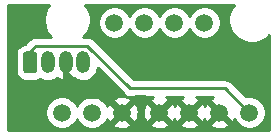
<source format=gbr>
%TF.GenerationSoftware,KiCad,Pcbnew,5.1.9-73d0e3b20d~88~ubuntu20.04.1*%
%TF.CreationDate,2021-04-02T21:11:18-07:00*%
%TF.ProjectId,ld06_adapter,6c643036-5f61-4646-9170-7465722e6b69,A*%
%TF.SameCoordinates,Original*%
%TF.FileFunction,Copper,L1,Top*%
%TF.FilePolarity,Positive*%
%FSLAX46Y46*%
G04 Gerber Fmt 4.6, Leading zero omitted, Abs format (unit mm)*
G04 Created by KiCad (PCBNEW 5.1.9-73d0e3b20d~88~ubuntu20.04.1) date 2021-04-02 21:11:18*
%MOMM*%
%LPD*%
G01*
G04 APERTURE LIST*
%TA.AperFunction,ComponentPad*%
%ADD10C,1.520000*%
%TD*%
%TA.AperFunction,ComponentPad*%
%ADD11O,1.170000X1.870000*%
%TD*%
%TA.AperFunction,Conductor*%
%ADD12C,0.250000*%
%TD*%
%TA.AperFunction,Conductor*%
%ADD13C,0.500000*%
%TD*%
%TA.AperFunction,Conductor*%
%ADD14C,0.254000*%
%TD*%
%TA.AperFunction,Conductor*%
%ADD15C,0.100000*%
%TD*%
G04 APERTURE END LIST*
D10*
%TO.P,CN1,11*%
%TO.N,/PWM*%
X103810000Y-96190000D03*
%TO.P,CN1,10*%
%TO.N,Net-(CN1-Pad10)*%
X101270000Y-96190000D03*
%TO.P,CN1,9*%
%TO.N,Net-(CN1-Pad9)*%
X98730000Y-96190000D03*
%TO.P,CN1,8*%
%TO.N,Net-(CN1-Pad8)*%
X96190000Y-96190000D03*
%TO.P,CN1,7*%
%TO.N,/TX*%
X107620000Y-103810000D03*
%TO.P,CN1,6*%
%TO.N,/GND*%
X105080000Y-103810000D03*
%TO.P,CN1,5*%
X102540000Y-103810000D03*
%TO.P,CN1,4*%
X100000000Y-103810000D03*
%TO.P,CN1,3*%
X96825000Y-103810000D03*
%TO.P,CN1,2*%
%TO.N,/5V*%
X94285000Y-103810000D03*
%TO.P,CN1,1*%
%TO.N,Net-(CN1-Pad1)*%
X91745000Y-103810000D03*
%TD*%
D11*
%TO.P,CN2,4*%
%TO.N,/5V*%
X93544000Y-99568000D03*
%TO.P,CN2,3*%
%TO.N,/GND*%
X92044000Y-99568000D03*
%TO.P,CN2,2*%
%TO.N,/PWM*%
X90544000Y-99568000D03*
%TO.P,CN2,1*%
%TO.N,/TX*%
%TA.AperFunction,ComponentPad*%
G36*
G01*
X88459000Y-100253001D02*
X88459000Y-98882999D01*
G75*
G02*
X88708999Y-98633000I249999J0D01*
G01*
X89379001Y-98633000D01*
G75*
G02*
X89629000Y-98882999I0J-249999D01*
G01*
X89629000Y-100253001D01*
G75*
G02*
X89379001Y-100503000I-249999J0D01*
G01*
X88708999Y-100503000D01*
G75*
G02*
X88459000Y-100253001I0J249999D01*
G01*
G37*
%TD.AperFunction*%
%TD*%
D12*
%TO.N,/TX*%
X105580000Y-101770000D02*
X107620000Y-103810000D01*
X97530000Y-101770000D02*
X105580000Y-101770000D01*
X93900000Y-98140000D02*
X97530000Y-101770000D01*
X89537000Y-98140000D02*
X93900000Y-98140000D01*
X89044000Y-98633000D02*
X89537000Y-98140000D01*
X89044000Y-99568000D02*
X89044000Y-98633000D01*
D13*
%TO.N,/GND*%
X98806000Y-102616000D02*
X100000000Y-103810000D01*
X98019000Y-102616000D02*
X98806000Y-102616000D01*
X96825000Y-103810000D02*
X98019000Y-102616000D01*
D12*
X104140000Y-102870000D02*
X105080000Y-103810000D01*
X103480000Y-102870000D02*
X104140000Y-102870000D01*
X102540000Y-103810000D02*
X103480000Y-102870000D01*
D13*
X101044000Y-102766000D02*
X100000000Y-103810000D01*
D12*
X101496000Y-102766000D02*
X102540000Y-103810000D01*
X101044000Y-102766000D02*
X101496000Y-102766000D01*
D13*
X92044000Y-99568000D02*
X92044000Y-100574000D01*
X92044000Y-100574000D02*
X93860000Y-102390000D01*
X95405000Y-102390000D02*
X96825000Y-103810000D01*
X93860000Y-102390000D02*
X95405000Y-102390000D01*
%TD*%
D14*
%TO.N,/GND*%
X90423415Y-95004750D02*
X90273782Y-95365997D01*
X90197500Y-95749495D01*
X90197500Y-96140505D01*
X90273782Y-96524003D01*
X90423415Y-96885250D01*
X90640649Y-97210364D01*
X90810285Y-97380000D01*
X89574322Y-97380000D01*
X89536999Y-97376324D01*
X89499676Y-97380000D01*
X89499667Y-97380000D01*
X89388014Y-97390997D01*
X89244753Y-97434454D01*
X89112724Y-97505026D01*
X88996999Y-97599999D01*
X88973196Y-97629003D01*
X88596157Y-98006042D01*
X88535745Y-98011992D01*
X88369149Y-98062528D01*
X88215613Y-98144595D01*
X88081038Y-98255038D01*
X87970595Y-98389613D01*
X87888528Y-98543149D01*
X87837992Y-98709745D01*
X87820928Y-98882999D01*
X87820928Y-100253001D01*
X87837992Y-100426255D01*
X87888528Y-100592851D01*
X87970595Y-100746387D01*
X88081038Y-100880962D01*
X88215613Y-100991405D01*
X88369149Y-101073472D01*
X88535745Y-101124008D01*
X88708999Y-101141072D01*
X89379001Y-101141072D01*
X89552255Y-101124008D01*
X89718851Y-101073472D01*
X89872387Y-100991405D01*
X89908579Y-100961703D01*
X90074868Y-101050587D01*
X90304839Y-101120348D01*
X90544000Y-101143903D01*
X90783162Y-101120348D01*
X91013133Y-101050587D01*
X91225075Y-100937301D01*
X91290735Y-100883415D01*
X91471801Y-101002952D01*
X91694459Y-101093735D01*
X91728750Y-101096566D01*
X91917000Y-100971624D01*
X91917000Y-99695000D01*
X91897000Y-99695000D01*
X91897000Y-99441000D01*
X91917000Y-99441000D01*
X91917000Y-99421000D01*
X92171000Y-99421000D01*
X92171000Y-99441000D01*
X92191000Y-99441000D01*
X92191000Y-99695000D01*
X92171000Y-99695000D01*
X92171000Y-100971624D01*
X92359250Y-101096566D01*
X92393541Y-101093735D01*
X92616199Y-101002952D01*
X92797266Y-100883415D01*
X92862926Y-100937301D01*
X93074868Y-101050587D01*
X93304839Y-101120348D01*
X93544000Y-101143903D01*
X93783162Y-101120348D01*
X94013133Y-101050587D01*
X94225075Y-100937301D01*
X94410844Y-100784844D01*
X94563301Y-100599075D01*
X94676587Y-100387133D01*
X94746348Y-100157161D01*
X94754956Y-100069758D01*
X96966200Y-102281002D01*
X96989999Y-102310001D01*
X97105724Y-102404974D01*
X97236202Y-102474717D01*
X97027394Y-102422939D01*
X96752903Y-102410105D01*
X96481183Y-102451069D01*
X96222674Y-102544256D01*
X96107206Y-102605975D01*
X96040469Y-102845863D01*
X96825000Y-103630395D01*
X97609531Y-102845863D01*
X97542794Y-102605975D01*
X97315489Y-102499127D01*
X97381014Y-102519003D01*
X97492667Y-102530000D01*
X97492676Y-102530000D01*
X97529999Y-102533676D01*
X97567322Y-102530000D01*
X99437221Y-102530000D01*
X99397674Y-102544256D01*
X99282206Y-102605975D01*
X99215469Y-102845863D01*
X100000000Y-103630395D01*
X100784531Y-102845863D01*
X100717794Y-102605975D01*
X100556168Y-102530000D01*
X101977221Y-102530000D01*
X101937674Y-102544256D01*
X101822206Y-102605975D01*
X101755469Y-102845863D01*
X102540000Y-103630395D01*
X103324531Y-102845863D01*
X103257794Y-102605975D01*
X103096168Y-102530000D01*
X104517221Y-102530000D01*
X104477674Y-102544256D01*
X104362206Y-102605975D01*
X104295469Y-102845863D01*
X105080000Y-103630395D01*
X105094142Y-103616252D01*
X105273748Y-103795858D01*
X105259605Y-103810000D01*
X106044137Y-104594531D01*
X106284025Y-104527794D01*
X106349600Y-104388293D01*
X106383767Y-104470780D01*
X106536433Y-104699261D01*
X106730739Y-104893567D01*
X106959220Y-105046233D01*
X107213093Y-105151391D01*
X107482604Y-105205000D01*
X107757396Y-105205000D01*
X108026907Y-105151391D01*
X108280780Y-105046233D01*
X108509261Y-104893567D01*
X108703567Y-104699261D01*
X108856233Y-104470780D01*
X108961391Y-104216907D01*
X109015000Y-103947396D01*
X109015000Y-103672604D01*
X108961391Y-103403093D01*
X108856233Y-103149220D01*
X108703567Y-102920739D01*
X108509261Y-102726433D01*
X108280780Y-102573767D01*
X108026907Y-102468609D01*
X107757396Y-102415000D01*
X107482604Y-102415000D01*
X107330130Y-102445329D01*
X106143804Y-101259003D01*
X106120001Y-101229999D01*
X106004276Y-101135026D01*
X105872247Y-101064454D01*
X105728986Y-101020997D01*
X105617333Y-101010000D01*
X105617322Y-101010000D01*
X105580000Y-101006324D01*
X105542678Y-101010000D01*
X97844802Y-101010000D01*
X94463804Y-97629003D01*
X94440001Y-97599999D01*
X94324276Y-97505026D01*
X94192247Y-97434454D01*
X94048986Y-97390997D01*
X93937333Y-97380000D01*
X93937322Y-97380000D01*
X93900000Y-97376324D01*
X93862678Y-97380000D01*
X93554715Y-97380000D01*
X93724351Y-97210364D01*
X93941585Y-96885250D01*
X94091218Y-96524003D01*
X94167500Y-96140505D01*
X94167500Y-96052604D01*
X94795000Y-96052604D01*
X94795000Y-96327396D01*
X94848609Y-96596907D01*
X94953767Y-96850780D01*
X95106433Y-97079261D01*
X95300739Y-97273567D01*
X95529220Y-97426233D01*
X95783093Y-97531391D01*
X96052604Y-97585000D01*
X96327396Y-97585000D01*
X96596907Y-97531391D01*
X96850780Y-97426233D01*
X97079261Y-97273567D01*
X97273567Y-97079261D01*
X97426233Y-96850780D01*
X97460000Y-96769260D01*
X97493767Y-96850780D01*
X97646433Y-97079261D01*
X97840739Y-97273567D01*
X98069220Y-97426233D01*
X98323093Y-97531391D01*
X98592604Y-97585000D01*
X98867396Y-97585000D01*
X99136907Y-97531391D01*
X99390780Y-97426233D01*
X99619261Y-97273567D01*
X99813567Y-97079261D01*
X99966233Y-96850780D01*
X100000000Y-96769260D01*
X100033767Y-96850780D01*
X100186433Y-97079261D01*
X100380739Y-97273567D01*
X100609220Y-97426233D01*
X100863093Y-97531391D01*
X101132604Y-97585000D01*
X101407396Y-97585000D01*
X101676907Y-97531391D01*
X101930780Y-97426233D01*
X102159261Y-97273567D01*
X102353567Y-97079261D01*
X102506233Y-96850780D01*
X102540000Y-96769260D01*
X102573767Y-96850780D01*
X102726433Y-97079261D01*
X102920739Y-97273567D01*
X103149220Y-97426233D01*
X103403093Y-97531391D01*
X103672604Y-97585000D01*
X103947396Y-97585000D01*
X104216907Y-97531391D01*
X104470780Y-97426233D01*
X104699261Y-97273567D01*
X104893567Y-97079261D01*
X105046233Y-96850780D01*
X105151391Y-96596907D01*
X105205000Y-96327396D01*
X105205000Y-96052604D01*
X105151391Y-95783093D01*
X105046233Y-95529220D01*
X104893567Y-95300739D01*
X104699261Y-95106433D01*
X104470780Y-94953767D01*
X104216907Y-94848609D01*
X103947396Y-94795000D01*
X103672604Y-94795000D01*
X103403093Y-94848609D01*
X103149220Y-94953767D01*
X102920739Y-95106433D01*
X102726433Y-95300739D01*
X102573767Y-95529220D01*
X102540000Y-95610740D01*
X102506233Y-95529220D01*
X102353567Y-95300739D01*
X102159261Y-95106433D01*
X101930780Y-94953767D01*
X101676907Y-94848609D01*
X101407396Y-94795000D01*
X101132604Y-94795000D01*
X100863093Y-94848609D01*
X100609220Y-94953767D01*
X100380739Y-95106433D01*
X100186433Y-95300739D01*
X100033767Y-95529220D01*
X100000000Y-95610740D01*
X99966233Y-95529220D01*
X99813567Y-95300739D01*
X99619261Y-95106433D01*
X99390780Y-94953767D01*
X99136907Y-94848609D01*
X98867396Y-94795000D01*
X98592604Y-94795000D01*
X98323093Y-94848609D01*
X98069220Y-94953767D01*
X97840739Y-95106433D01*
X97646433Y-95300739D01*
X97493767Y-95529220D01*
X97460000Y-95610740D01*
X97426233Y-95529220D01*
X97273567Y-95300739D01*
X97079261Y-95106433D01*
X96850780Y-94953767D01*
X96596907Y-94848609D01*
X96327396Y-94795000D01*
X96052604Y-94795000D01*
X95783093Y-94848609D01*
X95529220Y-94953767D01*
X95300739Y-95106433D01*
X95106433Y-95300739D01*
X94953767Y-95529220D01*
X94848609Y-95783093D01*
X94795000Y-96052604D01*
X94167500Y-96052604D01*
X94167500Y-95749495D01*
X94091218Y-95365997D01*
X93941585Y-95004750D01*
X93727935Y-94685000D01*
X106272065Y-94685000D01*
X106058415Y-95004750D01*
X105908782Y-95365997D01*
X105832500Y-95749495D01*
X105832500Y-96140505D01*
X105908782Y-96524003D01*
X106058415Y-96885250D01*
X106275649Y-97210364D01*
X106552136Y-97486851D01*
X106877250Y-97704085D01*
X107238497Y-97853718D01*
X107621995Y-97930000D01*
X108013005Y-97930000D01*
X108396503Y-97853718D01*
X108757750Y-97704085D01*
X109082864Y-97486851D01*
X109315000Y-97254715D01*
X109315001Y-105315000D01*
X87185000Y-105315000D01*
X87185000Y-103672604D01*
X90350000Y-103672604D01*
X90350000Y-103947396D01*
X90403609Y-104216907D01*
X90508767Y-104470780D01*
X90661433Y-104699261D01*
X90855739Y-104893567D01*
X91084220Y-105046233D01*
X91338093Y-105151391D01*
X91607604Y-105205000D01*
X91882396Y-105205000D01*
X92151907Y-105151391D01*
X92405780Y-105046233D01*
X92634261Y-104893567D01*
X92828567Y-104699261D01*
X92981233Y-104470780D01*
X93015000Y-104389260D01*
X93048767Y-104470780D01*
X93201433Y-104699261D01*
X93395739Y-104893567D01*
X93624220Y-105046233D01*
X93878093Y-105151391D01*
X94147604Y-105205000D01*
X94422396Y-105205000D01*
X94691907Y-105151391D01*
X94945780Y-105046233D01*
X95174261Y-104893567D01*
X95293691Y-104774137D01*
X96040469Y-104774137D01*
X96107206Y-105014025D01*
X96355892Y-105130924D01*
X96622606Y-105197061D01*
X96897097Y-105209895D01*
X97168817Y-105168931D01*
X97427326Y-105075744D01*
X97542794Y-105014025D01*
X97609531Y-104774137D01*
X99215469Y-104774137D01*
X99282206Y-105014025D01*
X99530892Y-105130924D01*
X99797606Y-105197061D01*
X100072097Y-105209895D01*
X100343817Y-105168931D01*
X100602326Y-105075744D01*
X100717794Y-105014025D01*
X100784531Y-104774137D01*
X101755469Y-104774137D01*
X101822206Y-105014025D01*
X102070892Y-105130924D01*
X102337606Y-105197061D01*
X102612097Y-105209895D01*
X102883817Y-105168931D01*
X103142326Y-105075744D01*
X103257794Y-105014025D01*
X103324531Y-104774137D01*
X104295469Y-104774137D01*
X104362206Y-105014025D01*
X104610892Y-105130924D01*
X104877606Y-105197061D01*
X105152097Y-105209895D01*
X105423817Y-105168931D01*
X105682326Y-105075744D01*
X105797794Y-105014025D01*
X105864531Y-104774137D01*
X105080000Y-103989605D01*
X104295469Y-104774137D01*
X103324531Y-104774137D01*
X102540000Y-103989605D01*
X101755469Y-104774137D01*
X100784531Y-104774137D01*
X100000000Y-103989605D01*
X99215469Y-104774137D01*
X97609531Y-104774137D01*
X96825000Y-103989605D01*
X96040469Y-104774137D01*
X95293691Y-104774137D01*
X95368567Y-104699261D01*
X95521233Y-104470780D01*
X95552830Y-104394499D01*
X95559256Y-104412326D01*
X95620975Y-104527794D01*
X95860863Y-104594531D01*
X96645395Y-103810000D01*
X97004605Y-103810000D01*
X97789137Y-104594531D01*
X98029025Y-104527794D01*
X98145924Y-104279108D01*
X98212061Y-104012394D01*
X98218153Y-103882097D01*
X98600105Y-103882097D01*
X98641069Y-104153817D01*
X98734256Y-104412326D01*
X98795975Y-104527794D01*
X99035863Y-104594531D01*
X99820395Y-103810000D01*
X100179605Y-103810000D01*
X100964137Y-104594531D01*
X101204025Y-104527794D01*
X101267332Y-104393118D01*
X101274256Y-104412326D01*
X101335975Y-104527794D01*
X101575863Y-104594531D01*
X102360395Y-103810000D01*
X102719605Y-103810000D01*
X103504137Y-104594531D01*
X103744025Y-104527794D01*
X103807332Y-104393118D01*
X103814256Y-104412326D01*
X103875975Y-104527794D01*
X104115863Y-104594531D01*
X104900395Y-103810000D01*
X104115863Y-103025469D01*
X103875975Y-103092206D01*
X103812668Y-103226882D01*
X103805744Y-103207674D01*
X103744025Y-103092206D01*
X103504137Y-103025469D01*
X102719605Y-103810000D01*
X102360395Y-103810000D01*
X101575863Y-103025469D01*
X101335975Y-103092206D01*
X101272668Y-103226882D01*
X101265744Y-103207674D01*
X101204025Y-103092206D01*
X100964137Y-103025469D01*
X100179605Y-103810000D01*
X99820395Y-103810000D01*
X99035863Y-103025469D01*
X98795975Y-103092206D01*
X98679076Y-103340892D01*
X98612939Y-103607606D01*
X98600105Y-103882097D01*
X98218153Y-103882097D01*
X98224895Y-103737903D01*
X98183931Y-103466183D01*
X98090744Y-103207674D01*
X98029025Y-103092206D01*
X97789137Y-103025469D01*
X97004605Y-103810000D01*
X96645395Y-103810000D01*
X95860863Y-103025469D01*
X95620975Y-103092206D01*
X95555400Y-103231707D01*
X95521233Y-103149220D01*
X95368567Y-102920739D01*
X95174261Y-102726433D01*
X94945780Y-102573767D01*
X94691907Y-102468609D01*
X94422396Y-102415000D01*
X94147604Y-102415000D01*
X93878093Y-102468609D01*
X93624220Y-102573767D01*
X93395739Y-102726433D01*
X93201433Y-102920739D01*
X93048767Y-103149220D01*
X93015000Y-103230740D01*
X92981233Y-103149220D01*
X92828567Y-102920739D01*
X92634261Y-102726433D01*
X92405780Y-102573767D01*
X92151907Y-102468609D01*
X91882396Y-102415000D01*
X91607604Y-102415000D01*
X91338093Y-102468609D01*
X91084220Y-102573767D01*
X90855739Y-102726433D01*
X90661433Y-102920739D01*
X90508767Y-103149220D01*
X90403609Y-103403093D01*
X90350000Y-103672604D01*
X87185000Y-103672604D01*
X87185000Y-94685000D01*
X90637065Y-94685000D01*
X90423415Y-95004750D01*
%TA.AperFunction,Conductor*%
D15*
G36*
X90423415Y-95004750D02*
G01*
X90273782Y-95365997D01*
X90197500Y-95749495D01*
X90197500Y-96140505D01*
X90273782Y-96524003D01*
X90423415Y-96885250D01*
X90640649Y-97210364D01*
X90810285Y-97380000D01*
X89574322Y-97380000D01*
X89536999Y-97376324D01*
X89499676Y-97380000D01*
X89499667Y-97380000D01*
X89388014Y-97390997D01*
X89244753Y-97434454D01*
X89112724Y-97505026D01*
X88996999Y-97599999D01*
X88973196Y-97629003D01*
X88596157Y-98006042D01*
X88535745Y-98011992D01*
X88369149Y-98062528D01*
X88215613Y-98144595D01*
X88081038Y-98255038D01*
X87970595Y-98389613D01*
X87888528Y-98543149D01*
X87837992Y-98709745D01*
X87820928Y-98882999D01*
X87820928Y-100253001D01*
X87837992Y-100426255D01*
X87888528Y-100592851D01*
X87970595Y-100746387D01*
X88081038Y-100880962D01*
X88215613Y-100991405D01*
X88369149Y-101073472D01*
X88535745Y-101124008D01*
X88708999Y-101141072D01*
X89379001Y-101141072D01*
X89552255Y-101124008D01*
X89718851Y-101073472D01*
X89872387Y-100991405D01*
X89908579Y-100961703D01*
X90074868Y-101050587D01*
X90304839Y-101120348D01*
X90544000Y-101143903D01*
X90783162Y-101120348D01*
X91013133Y-101050587D01*
X91225075Y-100937301D01*
X91290735Y-100883415D01*
X91471801Y-101002952D01*
X91694459Y-101093735D01*
X91728750Y-101096566D01*
X91917000Y-100971624D01*
X91917000Y-99695000D01*
X91897000Y-99695000D01*
X91897000Y-99441000D01*
X91917000Y-99441000D01*
X91917000Y-99421000D01*
X92171000Y-99421000D01*
X92171000Y-99441000D01*
X92191000Y-99441000D01*
X92191000Y-99695000D01*
X92171000Y-99695000D01*
X92171000Y-100971624D01*
X92359250Y-101096566D01*
X92393541Y-101093735D01*
X92616199Y-101002952D01*
X92797266Y-100883415D01*
X92862926Y-100937301D01*
X93074868Y-101050587D01*
X93304839Y-101120348D01*
X93544000Y-101143903D01*
X93783162Y-101120348D01*
X94013133Y-101050587D01*
X94225075Y-100937301D01*
X94410844Y-100784844D01*
X94563301Y-100599075D01*
X94676587Y-100387133D01*
X94746348Y-100157161D01*
X94754956Y-100069758D01*
X96966200Y-102281002D01*
X96989999Y-102310001D01*
X97105724Y-102404974D01*
X97236202Y-102474717D01*
X97027394Y-102422939D01*
X96752903Y-102410105D01*
X96481183Y-102451069D01*
X96222674Y-102544256D01*
X96107206Y-102605975D01*
X96040469Y-102845863D01*
X96825000Y-103630395D01*
X97609531Y-102845863D01*
X97542794Y-102605975D01*
X97315489Y-102499127D01*
X97381014Y-102519003D01*
X97492667Y-102530000D01*
X97492676Y-102530000D01*
X97529999Y-102533676D01*
X97567322Y-102530000D01*
X99437221Y-102530000D01*
X99397674Y-102544256D01*
X99282206Y-102605975D01*
X99215469Y-102845863D01*
X100000000Y-103630395D01*
X100784531Y-102845863D01*
X100717794Y-102605975D01*
X100556168Y-102530000D01*
X101977221Y-102530000D01*
X101937674Y-102544256D01*
X101822206Y-102605975D01*
X101755469Y-102845863D01*
X102540000Y-103630395D01*
X103324531Y-102845863D01*
X103257794Y-102605975D01*
X103096168Y-102530000D01*
X104517221Y-102530000D01*
X104477674Y-102544256D01*
X104362206Y-102605975D01*
X104295469Y-102845863D01*
X105080000Y-103630395D01*
X105094142Y-103616252D01*
X105273748Y-103795858D01*
X105259605Y-103810000D01*
X106044137Y-104594531D01*
X106284025Y-104527794D01*
X106349600Y-104388293D01*
X106383767Y-104470780D01*
X106536433Y-104699261D01*
X106730739Y-104893567D01*
X106959220Y-105046233D01*
X107213093Y-105151391D01*
X107482604Y-105205000D01*
X107757396Y-105205000D01*
X108026907Y-105151391D01*
X108280780Y-105046233D01*
X108509261Y-104893567D01*
X108703567Y-104699261D01*
X108856233Y-104470780D01*
X108961391Y-104216907D01*
X109015000Y-103947396D01*
X109015000Y-103672604D01*
X108961391Y-103403093D01*
X108856233Y-103149220D01*
X108703567Y-102920739D01*
X108509261Y-102726433D01*
X108280780Y-102573767D01*
X108026907Y-102468609D01*
X107757396Y-102415000D01*
X107482604Y-102415000D01*
X107330130Y-102445329D01*
X106143804Y-101259003D01*
X106120001Y-101229999D01*
X106004276Y-101135026D01*
X105872247Y-101064454D01*
X105728986Y-101020997D01*
X105617333Y-101010000D01*
X105617322Y-101010000D01*
X105580000Y-101006324D01*
X105542678Y-101010000D01*
X97844802Y-101010000D01*
X94463804Y-97629003D01*
X94440001Y-97599999D01*
X94324276Y-97505026D01*
X94192247Y-97434454D01*
X94048986Y-97390997D01*
X93937333Y-97380000D01*
X93937322Y-97380000D01*
X93900000Y-97376324D01*
X93862678Y-97380000D01*
X93554715Y-97380000D01*
X93724351Y-97210364D01*
X93941585Y-96885250D01*
X94091218Y-96524003D01*
X94167500Y-96140505D01*
X94167500Y-96052604D01*
X94795000Y-96052604D01*
X94795000Y-96327396D01*
X94848609Y-96596907D01*
X94953767Y-96850780D01*
X95106433Y-97079261D01*
X95300739Y-97273567D01*
X95529220Y-97426233D01*
X95783093Y-97531391D01*
X96052604Y-97585000D01*
X96327396Y-97585000D01*
X96596907Y-97531391D01*
X96850780Y-97426233D01*
X97079261Y-97273567D01*
X97273567Y-97079261D01*
X97426233Y-96850780D01*
X97460000Y-96769260D01*
X97493767Y-96850780D01*
X97646433Y-97079261D01*
X97840739Y-97273567D01*
X98069220Y-97426233D01*
X98323093Y-97531391D01*
X98592604Y-97585000D01*
X98867396Y-97585000D01*
X99136907Y-97531391D01*
X99390780Y-97426233D01*
X99619261Y-97273567D01*
X99813567Y-97079261D01*
X99966233Y-96850780D01*
X100000000Y-96769260D01*
X100033767Y-96850780D01*
X100186433Y-97079261D01*
X100380739Y-97273567D01*
X100609220Y-97426233D01*
X100863093Y-97531391D01*
X101132604Y-97585000D01*
X101407396Y-97585000D01*
X101676907Y-97531391D01*
X101930780Y-97426233D01*
X102159261Y-97273567D01*
X102353567Y-97079261D01*
X102506233Y-96850780D01*
X102540000Y-96769260D01*
X102573767Y-96850780D01*
X102726433Y-97079261D01*
X102920739Y-97273567D01*
X103149220Y-97426233D01*
X103403093Y-97531391D01*
X103672604Y-97585000D01*
X103947396Y-97585000D01*
X104216907Y-97531391D01*
X104470780Y-97426233D01*
X104699261Y-97273567D01*
X104893567Y-97079261D01*
X105046233Y-96850780D01*
X105151391Y-96596907D01*
X105205000Y-96327396D01*
X105205000Y-96052604D01*
X105151391Y-95783093D01*
X105046233Y-95529220D01*
X104893567Y-95300739D01*
X104699261Y-95106433D01*
X104470780Y-94953767D01*
X104216907Y-94848609D01*
X103947396Y-94795000D01*
X103672604Y-94795000D01*
X103403093Y-94848609D01*
X103149220Y-94953767D01*
X102920739Y-95106433D01*
X102726433Y-95300739D01*
X102573767Y-95529220D01*
X102540000Y-95610740D01*
X102506233Y-95529220D01*
X102353567Y-95300739D01*
X102159261Y-95106433D01*
X101930780Y-94953767D01*
X101676907Y-94848609D01*
X101407396Y-94795000D01*
X101132604Y-94795000D01*
X100863093Y-94848609D01*
X100609220Y-94953767D01*
X100380739Y-95106433D01*
X100186433Y-95300739D01*
X100033767Y-95529220D01*
X100000000Y-95610740D01*
X99966233Y-95529220D01*
X99813567Y-95300739D01*
X99619261Y-95106433D01*
X99390780Y-94953767D01*
X99136907Y-94848609D01*
X98867396Y-94795000D01*
X98592604Y-94795000D01*
X98323093Y-94848609D01*
X98069220Y-94953767D01*
X97840739Y-95106433D01*
X97646433Y-95300739D01*
X97493767Y-95529220D01*
X97460000Y-95610740D01*
X97426233Y-95529220D01*
X97273567Y-95300739D01*
X97079261Y-95106433D01*
X96850780Y-94953767D01*
X96596907Y-94848609D01*
X96327396Y-94795000D01*
X96052604Y-94795000D01*
X95783093Y-94848609D01*
X95529220Y-94953767D01*
X95300739Y-95106433D01*
X95106433Y-95300739D01*
X94953767Y-95529220D01*
X94848609Y-95783093D01*
X94795000Y-96052604D01*
X94167500Y-96052604D01*
X94167500Y-95749495D01*
X94091218Y-95365997D01*
X93941585Y-95004750D01*
X93727935Y-94685000D01*
X106272065Y-94685000D01*
X106058415Y-95004750D01*
X105908782Y-95365997D01*
X105832500Y-95749495D01*
X105832500Y-96140505D01*
X105908782Y-96524003D01*
X106058415Y-96885250D01*
X106275649Y-97210364D01*
X106552136Y-97486851D01*
X106877250Y-97704085D01*
X107238497Y-97853718D01*
X107621995Y-97930000D01*
X108013005Y-97930000D01*
X108396503Y-97853718D01*
X108757750Y-97704085D01*
X109082864Y-97486851D01*
X109315000Y-97254715D01*
X109315001Y-105315000D01*
X87185000Y-105315000D01*
X87185000Y-103672604D01*
X90350000Y-103672604D01*
X90350000Y-103947396D01*
X90403609Y-104216907D01*
X90508767Y-104470780D01*
X90661433Y-104699261D01*
X90855739Y-104893567D01*
X91084220Y-105046233D01*
X91338093Y-105151391D01*
X91607604Y-105205000D01*
X91882396Y-105205000D01*
X92151907Y-105151391D01*
X92405780Y-105046233D01*
X92634261Y-104893567D01*
X92828567Y-104699261D01*
X92981233Y-104470780D01*
X93015000Y-104389260D01*
X93048767Y-104470780D01*
X93201433Y-104699261D01*
X93395739Y-104893567D01*
X93624220Y-105046233D01*
X93878093Y-105151391D01*
X94147604Y-105205000D01*
X94422396Y-105205000D01*
X94691907Y-105151391D01*
X94945780Y-105046233D01*
X95174261Y-104893567D01*
X95293691Y-104774137D01*
X96040469Y-104774137D01*
X96107206Y-105014025D01*
X96355892Y-105130924D01*
X96622606Y-105197061D01*
X96897097Y-105209895D01*
X97168817Y-105168931D01*
X97427326Y-105075744D01*
X97542794Y-105014025D01*
X97609531Y-104774137D01*
X99215469Y-104774137D01*
X99282206Y-105014025D01*
X99530892Y-105130924D01*
X99797606Y-105197061D01*
X100072097Y-105209895D01*
X100343817Y-105168931D01*
X100602326Y-105075744D01*
X100717794Y-105014025D01*
X100784531Y-104774137D01*
X101755469Y-104774137D01*
X101822206Y-105014025D01*
X102070892Y-105130924D01*
X102337606Y-105197061D01*
X102612097Y-105209895D01*
X102883817Y-105168931D01*
X103142326Y-105075744D01*
X103257794Y-105014025D01*
X103324531Y-104774137D01*
X104295469Y-104774137D01*
X104362206Y-105014025D01*
X104610892Y-105130924D01*
X104877606Y-105197061D01*
X105152097Y-105209895D01*
X105423817Y-105168931D01*
X105682326Y-105075744D01*
X105797794Y-105014025D01*
X105864531Y-104774137D01*
X105080000Y-103989605D01*
X104295469Y-104774137D01*
X103324531Y-104774137D01*
X102540000Y-103989605D01*
X101755469Y-104774137D01*
X100784531Y-104774137D01*
X100000000Y-103989605D01*
X99215469Y-104774137D01*
X97609531Y-104774137D01*
X96825000Y-103989605D01*
X96040469Y-104774137D01*
X95293691Y-104774137D01*
X95368567Y-104699261D01*
X95521233Y-104470780D01*
X95552830Y-104394499D01*
X95559256Y-104412326D01*
X95620975Y-104527794D01*
X95860863Y-104594531D01*
X96645395Y-103810000D01*
X97004605Y-103810000D01*
X97789137Y-104594531D01*
X98029025Y-104527794D01*
X98145924Y-104279108D01*
X98212061Y-104012394D01*
X98218153Y-103882097D01*
X98600105Y-103882097D01*
X98641069Y-104153817D01*
X98734256Y-104412326D01*
X98795975Y-104527794D01*
X99035863Y-104594531D01*
X99820395Y-103810000D01*
X100179605Y-103810000D01*
X100964137Y-104594531D01*
X101204025Y-104527794D01*
X101267332Y-104393118D01*
X101274256Y-104412326D01*
X101335975Y-104527794D01*
X101575863Y-104594531D01*
X102360395Y-103810000D01*
X102719605Y-103810000D01*
X103504137Y-104594531D01*
X103744025Y-104527794D01*
X103807332Y-104393118D01*
X103814256Y-104412326D01*
X103875975Y-104527794D01*
X104115863Y-104594531D01*
X104900395Y-103810000D01*
X104115863Y-103025469D01*
X103875975Y-103092206D01*
X103812668Y-103226882D01*
X103805744Y-103207674D01*
X103744025Y-103092206D01*
X103504137Y-103025469D01*
X102719605Y-103810000D01*
X102360395Y-103810000D01*
X101575863Y-103025469D01*
X101335975Y-103092206D01*
X101272668Y-103226882D01*
X101265744Y-103207674D01*
X101204025Y-103092206D01*
X100964137Y-103025469D01*
X100179605Y-103810000D01*
X99820395Y-103810000D01*
X99035863Y-103025469D01*
X98795975Y-103092206D01*
X98679076Y-103340892D01*
X98612939Y-103607606D01*
X98600105Y-103882097D01*
X98218153Y-103882097D01*
X98224895Y-103737903D01*
X98183931Y-103466183D01*
X98090744Y-103207674D01*
X98029025Y-103092206D01*
X97789137Y-103025469D01*
X97004605Y-103810000D01*
X96645395Y-103810000D01*
X95860863Y-103025469D01*
X95620975Y-103092206D01*
X95555400Y-103231707D01*
X95521233Y-103149220D01*
X95368567Y-102920739D01*
X95174261Y-102726433D01*
X94945780Y-102573767D01*
X94691907Y-102468609D01*
X94422396Y-102415000D01*
X94147604Y-102415000D01*
X93878093Y-102468609D01*
X93624220Y-102573767D01*
X93395739Y-102726433D01*
X93201433Y-102920739D01*
X93048767Y-103149220D01*
X93015000Y-103230740D01*
X92981233Y-103149220D01*
X92828567Y-102920739D01*
X92634261Y-102726433D01*
X92405780Y-102573767D01*
X92151907Y-102468609D01*
X91882396Y-102415000D01*
X91607604Y-102415000D01*
X91338093Y-102468609D01*
X91084220Y-102573767D01*
X90855739Y-102726433D01*
X90661433Y-102920739D01*
X90508767Y-103149220D01*
X90403609Y-103403093D01*
X90350000Y-103672604D01*
X87185000Y-103672604D01*
X87185000Y-94685000D01*
X90637065Y-94685000D01*
X90423415Y-95004750D01*
G37*
%TD.AperFunction*%
%TD*%
M02*

</source>
